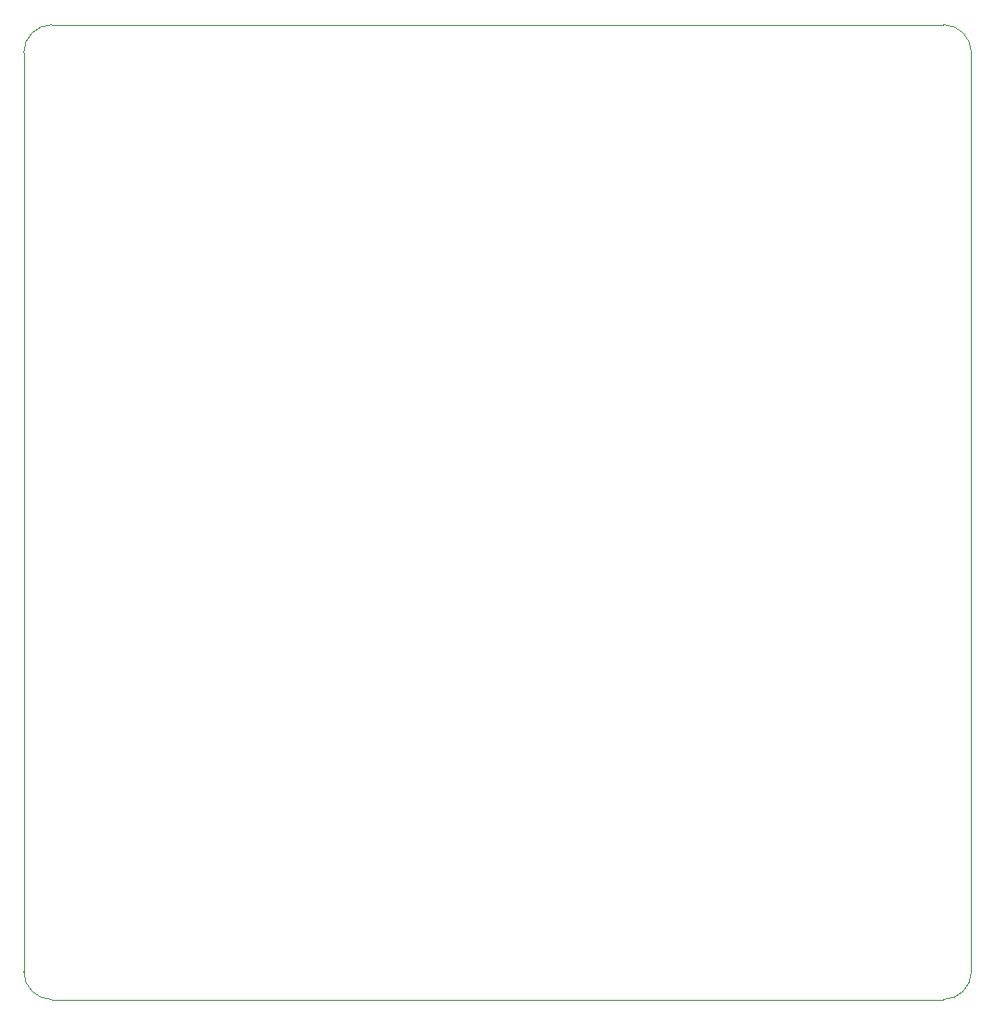
<source format=gbr>
G04*
G04 #@! TF.GenerationSoftware,Altium Limited,Altium Designer,23.6.0 (18)*
G04*
G04 Layer_Color=0*
%FSLAX25Y25*%
%MOIN*%
G70*
G04*
G04 #@! TF.SameCoordinates,4C77A988-F8BE-4A75-A6A8-83DB4AFB9164*
G04*
G04*
G04 #@! TF.FilePolarity,Positive*
G04*
G01*
G75*
%ADD100C,0.00100*%
D100*
X311000Y-20000D02*
G03*
X321000Y-10000I0J10000D01*
G01*
Y320000D01*
D02*
G03*
X311000Y330000I-10000J0D01*
G01*
X-9268D01*
D02*
G03*
X-19268Y320000I0J-10000D01*
G01*
Y-10000D01*
D02*
G03*
X-9268Y-20000I10000J0D01*
G01*
X15000D01*
D01*
X311000D01*
M02*

</source>
